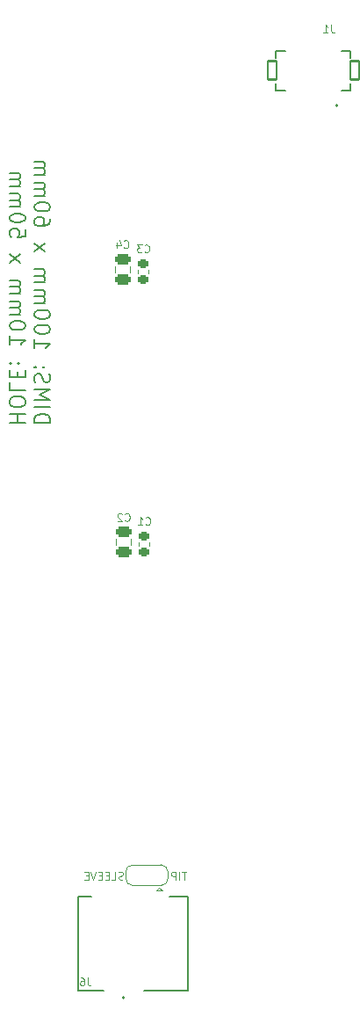
<source format=gbo>
G04 #@! TF.GenerationSoftware,KiCad,Pcbnew,(6.0.11-0)*
G04 #@! TF.CreationDate,2025-05-14T22:18:42-06:00*
G04 #@! TF.ProjectId,AnalogPCB,416e616c-6f67-4504-9342-2e6b69636164,rev?*
G04 #@! TF.SameCoordinates,Original*
G04 #@! TF.FileFunction,Legend,Bot*
G04 #@! TF.FilePolarity,Positive*
%FSLAX46Y46*%
G04 Gerber Fmt 4.6, Leading zero omitted, Abs format (unit mm)*
G04 Created by KiCad (PCBNEW (6.0.11-0)) date 2025-05-14 22:18:42*
%MOMM*%
%LPD*%
G01*
G04 APERTURE LIST*
G04 Aperture macros list*
%AMRoundRect*
0 Rectangle with rounded corners*
0 $1 Rounding radius*
0 $2 $3 $4 $5 $6 $7 $8 $9 X,Y pos of 4 corners*
0 Add a 4 corners polygon primitive as box body*
4,1,4,$2,$3,$4,$5,$6,$7,$8,$9,$2,$3,0*
0 Add four circle primitives for the rounded corners*
1,1,$1+$1,$2,$3*
1,1,$1+$1,$4,$5*
1,1,$1+$1,$6,$7*
1,1,$1+$1,$8,$9*
0 Add four rect primitives between the rounded corners*
20,1,$1+$1,$2,$3,$4,$5,0*
20,1,$1+$1,$4,$5,$6,$7,0*
20,1,$1+$1,$6,$7,$8,$9,0*
20,1,$1+$1,$8,$9,$2,$3,0*%
%AMFreePoly0*
4,1,22,0.550000,-0.750000,0.000000,-0.750000,0.000000,-0.745033,-0.079941,-0.743568,-0.215256,-0.701293,-0.333266,-0.622738,-0.424486,-0.514219,-0.481581,-0.384460,-0.499164,-0.250000,-0.500000,-0.250000,-0.500000,0.250000,-0.499164,0.250000,-0.499963,0.256109,-0.478152,0.396186,-0.417904,0.524511,-0.324060,0.630769,-0.204165,0.706417,-0.067858,0.745374,0.000000,0.744959,0.000000,0.750000,
0.550000,0.750000,0.550000,-0.750000,0.550000,-0.750000,$1*%
%AMFreePoly1*
4,1,20,0.000000,0.744959,0.073905,0.744508,0.209726,0.703889,0.328688,0.626782,0.421226,0.519385,0.479903,0.390333,0.500000,0.250000,0.500000,-0.250000,0.499851,-0.262216,0.476331,-0.402017,0.414519,-0.529596,0.319384,-0.634700,0.198574,-0.708877,0.061801,-0.746166,0.000000,-0.745033,0.000000,-0.750000,-0.550000,-0.750000,-0.550000,0.750000,0.000000,0.750000,0.000000,0.744959,
0.000000,0.744959,$1*%
G04 Aperture macros list end*
%ADD10C,0.100000*%
%ADD11C,0.200000*%
%ADD12C,0.120000*%
%ADD13C,0.127000*%
%ADD14C,0.010000*%
%ADD15C,1.600200*%
%ADD16R,3.000000X3.000000*%
%ADD17C,3.000000*%
%ADD18C,5.600000*%
%ADD19C,2.500000*%
%ADD20FreePoly0,180.000000*%
%ADD21R,1.000000X1.500000*%
%ADD22FreePoly1,180.000000*%
%ADD23RoundRect,0.225000X-0.250000X0.225000X-0.250000X-0.225000X0.250000X-0.225000X0.250000X0.225000X0*%
%ADD24RoundRect,0.250000X0.475000X-0.250000X0.475000X0.250000X-0.475000X0.250000X-0.475000X-0.250000X0*%
%ADD25O,3.404000X1.804000*%
%ADD26O,1.804000X3.404000*%
%ADD27RoundRect,0.102000X0.400000X0.900000X-0.400000X0.900000X-0.400000X-0.900000X0.400000X-0.900000X0*%
G04 APERTURE END LIST*
D10*
X61657142Y-137903571D02*
X61550000Y-137939285D01*
X61371428Y-137939285D01*
X61300000Y-137903571D01*
X61264285Y-137867857D01*
X61228571Y-137796428D01*
X61228571Y-137725000D01*
X61264285Y-137653571D01*
X61300000Y-137617857D01*
X61371428Y-137582142D01*
X61514285Y-137546428D01*
X61585714Y-137510714D01*
X61621428Y-137475000D01*
X61657142Y-137403571D01*
X61657142Y-137332142D01*
X61621428Y-137260714D01*
X61585714Y-137225000D01*
X61514285Y-137189285D01*
X61335714Y-137189285D01*
X61228571Y-137225000D01*
X60550000Y-137939285D02*
X60907142Y-137939285D01*
X60907142Y-137189285D01*
X60300000Y-137546428D02*
X60050000Y-137546428D01*
X59942857Y-137939285D02*
X60300000Y-137939285D01*
X60300000Y-137189285D01*
X59942857Y-137189285D01*
X59621428Y-137546428D02*
X59371428Y-137546428D01*
X59264285Y-137939285D02*
X59621428Y-137939285D01*
X59621428Y-137189285D01*
X59264285Y-137189285D01*
X59050000Y-137189285D02*
X58800000Y-137939285D01*
X58550000Y-137189285D01*
X58300000Y-137546428D02*
X58050000Y-137546428D01*
X57942857Y-137939285D02*
X58300000Y-137939285D01*
X58300000Y-137189285D01*
X57942857Y-137189285D01*
D11*
X53128928Y-93912857D02*
X54628928Y-93912857D01*
X54628928Y-93555714D01*
X54557500Y-93341428D01*
X54414642Y-93198571D01*
X54271785Y-93127142D01*
X53986071Y-93055714D01*
X53771785Y-93055714D01*
X53486071Y-93127142D01*
X53343214Y-93198571D01*
X53200357Y-93341428D01*
X53128928Y-93555714D01*
X53128928Y-93912857D01*
X53128928Y-92412857D02*
X54628928Y-92412857D01*
X53128928Y-91698571D02*
X54628928Y-91698571D01*
X53557500Y-91198571D01*
X54628928Y-90698571D01*
X53128928Y-90698571D01*
X53200357Y-90055714D02*
X53128928Y-89841428D01*
X53128928Y-89484285D01*
X53200357Y-89341428D01*
X53271785Y-89270000D01*
X53414642Y-89198571D01*
X53557500Y-89198571D01*
X53700357Y-89270000D01*
X53771785Y-89341428D01*
X53843214Y-89484285D01*
X53914642Y-89770000D01*
X53986071Y-89912857D01*
X54057500Y-89984285D01*
X54200357Y-90055714D01*
X54343214Y-90055714D01*
X54486071Y-89984285D01*
X54557500Y-89912857D01*
X54628928Y-89770000D01*
X54628928Y-89412857D01*
X54557500Y-89198571D01*
X53271785Y-88555714D02*
X53200357Y-88484285D01*
X53128928Y-88555714D01*
X53200357Y-88627142D01*
X53271785Y-88555714D01*
X53128928Y-88555714D01*
X54057500Y-88555714D02*
X53986071Y-88484285D01*
X53914642Y-88555714D01*
X53986071Y-88627142D01*
X54057500Y-88555714D01*
X53914642Y-88555714D01*
X53128928Y-85912857D02*
X53128928Y-86770000D01*
X53128928Y-86341428D02*
X54628928Y-86341428D01*
X54414642Y-86484285D01*
X54271785Y-86627142D01*
X54200357Y-86770000D01*
X54628928Y-84984285D02*
X54628928Y-84841428D01*
X54557500Y-84698571D01*
X54486071Y-84627142D01*
X54343214Y-84555714D01*
X54057500Y-84484285D01*
X53700357Y-84484285D01*
X53414642Y-84555714D01*
X53271785Y-84627142D01*
X53200357Y-84698571D01*
X53128928Y-84841428D01*
X53128928Y-84984285D01*
X53200357Y-85127142D01*
X53271785Y-85198571D01*
X53414642Y-85270000D01*
X53700357Y-85341428D01*
X54057500Y-85341428D01*
X54343214Y-85270000D01*
X54486071Y-85198571D01*
X54557500Y-85127142D01*
X54628928Y-84984285D01*
X54628928Y-83555714D02*
X54628928Y-83412857D01*
X54557500Y-83270000D01*
X54486071Y-83198571D01*
X54343214Y-83127142D01*
X54057500Y-83055714D01*
X53700357Y-83055714D01*
X53414642Y-83127142D01*
X53271785Y-83198571D01*
X53200357Y-83270000D01*
X53128928Y-83412857D01*
X53128928Y-83555714D01*
X53200357Y-83698571D01*
X53271785Y-83770000D01*
X53414642Y-83841428D01*
X53700357Y-83912857D01*
X54057500Y-83912857D01*
X54343214Y-83841428D01*
X54486071Y-83770000D01*
X54557500Y-83698571D01*
X54628928Y-83555714D01*
X53128928Y-82412857D02*
X54128928Y-82412857D01*
X53986071Y-82412857D02*
X54057500Y-82341428D01*
X54128928Y-82198571D01*
X54128928Y-81984285D01*
X54057500Y-81841428D01*
X53914642Y-81770000D01*
X53128928Y-81770000D01*
X53914642Y-81770000D02*
X54057500Y-81698571D01*
X54128928Y-81555714D01*
X54128928Y-81341428D01*
X54057500Y-81198571D01*
X53914642Y-81127142D01*
X53128928Y-81127142D01*
X53128928Y-80412857D02*
X54128928Y-80412857D01*
X53986071Y-80412857D02*
X54057500Y-80341428D01*
X54128928Y-80198571D01*
X54128928Y-79984285D01*
X54057500Y-79841428D01*
X53914642Y-79770000D01*
X53128928Y-79770000D01*
X53914642Y-79770000D02*
X54057500Y-79698571D01*
X54128928Y-79555714D01*
X54128928Y-79341428D01*
X54057500Y-79198571D01*
X53914642Y-79127142D01*
X53128928Y-79127142D01*
X53128928Y-77412857D02*
X54128928Y-76627142D01*
X54128928Y-77412857D02*
X53128928Y-76627142D01*
X54628928Y-74270000D02*
X54628928Y-74555714D01*
X54557500Y-74698571D01*
X54486071Y-74770000D01*
X54271785Y-74912857D01*
X53986071Y-74984285D01*
X53414642Y-74984285D01*
X53271785Y-74912857D01*
X53200357Y-74841428D01*
X53128928Y-74698571D01*
X53128928Y-74412857D01*
X53200357Y-74270000D01*
X53271785Y-74198571D01*
X53414642Y-74127142D01*
X53771785Y-74127142D01*
X53914642Y-74198571D01*
X53986071Y-74270000D01*
X54057500Y-74412857D01*
X54057500Y-74698571D01*
X53986071Y-74841428D01*
X53914642Y-74912857D01*
X53771785Y-74984285D01*
X54628928Y-73198571D02*
X54628928Y-73055714D01*
X54557500Y-72912857D01*
X54486071Y-72841428D01*
X54343214Y-72770000D01*
X54057500Y-72698571D01*
X53700357Y-72698571D01*
X53414642Y-72770000D01*
X53271785Y-72841428D01*
X53200357Y-72912857D01*
X53128928Y-73055714D01*
X53128928Y-73198571D01*
X53200357Y-73341428D01*
X53271785Y-73412857D01*
X53414642Y-73484285D01*
X53700357Y-73555714D01*
X54057500Y-73555714D01*
X54343214Y-73484285D01*
X54486071Y-73412857D01*
X54557500Y-73341428D01*
X54628928Y-73198571D01*
X53128928Y-72055714D02*
X54128928Y-72055714D01*
X53986071Y-72055714D02*
X54057500Y-71984285D01*
X54128928Y-71841428D01*
X54128928Y-71627142D01*
X54057500Y-71484285D01*
X53914642Y-71412857D01*
X53128928Y-71412857D01*
X53914642Y-71412857D02*
X54057500Y-71341428D01*
X54128928Y-71198571D01*
X54128928Y-70984285D01*
X54057500Y-70841428D01*
X53914642Y-70770000D01*
X53128928Y-70770000D01*
X53128928Y-70055714D02*
X54128928Y-70055714D01*
X53986071Y-70055714D02*
X54057500Y-69984285D01*
X54128928Y-69841428D01*
X54128928Y-69627142D01*
X54057500Y-69484285D01*
X53914642Y-69412857D01*
X53128928Y-69412857D01*
X53914642Y-69412857D02*
X54057500Y-69341428D01*
X54128928Y-69198571D01*
X54128928Y-68984285D01*
X54057500Y-68841428D01*
X53914642Y-68770000D01*
X53128928Y-68770000D01*
X50713928Y-93912857D02*
X52213928Y-93912857D01*
X51499642Y-93912857D02*
X51499642Y-93055714D01*
X50713928Y-93055714D02*
X52213928Y-93055714D01*
X52213928Y-92055714D02*
X52213928Y-91770000D01*
X52142500Y-91627142D01*
X51999642Y-91484285D01*
X51713928Y-91412857D01*
X51213928Y-91412857D01*
X50928214Y-91484285D01*
X50785357Y-91627142D01*
X50713928Y-91770000D01*
X50713928Y-92055714D01*
X50785357Y-92198571D01*
X50928214Y-92341428D01*
X51213928Y-92412857D01*
X51713928Y-92412857D01*
X51999642Y-92341428D01*
X52142500Y-92198571D01*
X52213928Y-92055714D01*
X50713928Y-90055714D02*
X50713928Y-90770000D01*
X52213928Y-90770000D01*
X51499642Y-89555714D02*
X51499642Y-89055714D01*
X50713928Y-88841428D02*
X50713928Y-89555714D01*
X52213928Y-89555714D01*
X52213928Y-88841428D01*
X50856785Y-88198571D02*
X50785357Y-88127142D01*
X50713928Y-88198571D01*
X50785357Y-88270000D01*
X50856785Y-88198571D01*
X50713928Y-88198571D01*
X51642500Y-88198571D02*
X51571071Y-88127142D01*
X51499642Y-88198571D01*
X51571071Y-88270000D01*
X51642500Y-88198571D01*
X51499642Y-88198571D01*
X50713928Y-85555714D02*
X50713928Y-86412857D01*
X50713928Y-85984285D02*
X52213928Y-85984285D01*
X51999642Y-86127142D01*
X51856785Y-86270000D01*
X51785357Y-86412857D01*
X52213928Y-84627142D02*
X52213928Y-84484285D01*
X52142500Y-84341428D01*
X52071071Y-84270000D01*
X51928214Y-84198571D01*
X51642500Y-84127142D01*
X51285357Y-84127142D01*
X50999642Y-84198571D01*
X50856785Y-84270000D01*
X50785357Y-84341428D01*
X50713928Y-84484285D01*
X50713928Y-84627142D01*
X50785357Y-84770000D01*
X50856785Y-84841428D01*
X50999642Y-84912857D01*
X51285357Y-84984285D01*
X51642500Y-84984285D01*
X51928214Y-84912857D01*
X52071071Y-84841428D01*
X52142500Y-84770000D01*
X52213928Y-84627142D01*
X50713928Y-83484285D02*
X51713928Y-83484285D01*
X51571071Y-83484285D02*
X51642500Y-83412857D01*
X51713928Y-83270000D01*
X51713928Y-83055714D01*
X51642500Y-82912857D01*
X51499642Y-82841428D01*
X50713928Y-82841428D01*
X51499642Y-82841428D02*
X51642500Y-82770000D01*
X51713928Y-82627142D01*
X51713928Y-82412857D01*
X51642500Y-82270000D01*
X51499642Y-82198571D01*
X50713928Y-82198571D01*
X50713928Y-81484285D02*
X51713928Y-81484285D01*
X51571071Y-81484285D02*
X51642500Y-81412857D01*
X51713928Y-81270000D01*
X51713928Y-81055714D01*
X51642500Y-80912857D01*
X51499642Y-80841428D01*
X50713928Y-80841428D01*
X51499642Y-80841428D02*
X51642500Y-80770000D01*
X51713928Y-80627142D01*
X51713928Y-80412857D01*
X51642500Y-80270000D01*
X51499642Y-80198571D01*
X50713928Y-80198571D01*
X50713928Y-78484285D02*
X51713928Y-77698571D01*
X51713928Y-78484285D02*
X50713928Y-77698571D01*
X52213928Y-75270000D02*
X52213928Y-75984285D01*
X51499642Y-76055714D01*
X51571071Y-75984285D01*
X51642500Y-75841428D01*
X51642500Y-75484285D01*
X51571071Y-75341428D01*
X51499642Y-75270000D01*
X51356785Y-75198571D01*
X50999642Y-75198571D01*
X50856785Y-75270000D01*
X50785357Y-75341428D01*
X50713928Y-75484285D01*
X50713928Y-75841428D01*
X50785357Y-75984285D01*
X50856785Y-76055714D01*
X52213928Y-74270000D02*
X52213928Y-74127142D01*
X52142500Y-73984285D01*
X52071071Y-73912857D01*
X51928214Y-73841428D01*
X51642500Y-73770000D01*
X51285357Y-73770000D01*
X50999642Y-73841428D01*
X50856785Y-73912857D01*
X50785357Y-73984285D01*
X50713928Y-74127142D01*
X50713928Y-74270000D01*
X50785357Y-74412857D01*
X50856785Y-74484285D01*
X50999642Y-74555714D01*
X51285357Y-74627142D01*
X51642500Y-74627142D01*
X51928214Y-74555714D01*
X52071071Y-74484285D01*
X52142500Y-74412857D01*
X52213928Y-74270000D01*
X50713928Y-73127142D02*
X51713928Y-73127142D01*
X51571071Y-73127142D02*
X51642500Y-73055714D01*
X51713928Y-72912857D01*
X51713928Y-72698571D01*
X51642500Y-72555714D01*
X51499642Y-72484285D01*
X50713928Y-72484285D01*
X51499642Y-72484285D02*
X51642500Y-72412857D01*
X51713928Y-72270000D01*
X51713928Y-72055714D01*
X51642500Y-71912857D01*
X51499642Y-71841428D01*
X50713928Y-71841428D01*
X50713928Y-71127142D02*
X51713928Y-71127142D01*
X51571071Y-71127142D02*
X51642500Y-71055714D01*
X51713928Y-70912857D01*
X51713928Y-70698571D01*
X51642500Y-70555714D01*
X51499642Y-70484285D01*
X50713928Y-70484285D01*
X51499642Y-70484285D02*
X51642500Y-70412857D01*
X51713928Y-70270000D01*
X51713928Y-70055714D01*
X51642500Y-69912857D01*
X51499642Y-69841428D01*
X50713928Y-69841428D01*
D10*
X67767857Y-137189285D02*
X67339285Y-137189285D01*
X67553571Y-137939285D02*
X67553571Y-137189285D01*
X67089285Y-137939285D02*
X67089285Y-137189285D01*
X66732142Y-137939285D02*
X66732142Y-137189285D01*
X66446428Y-137189285D01*
X66375000Y-137225000D01*
X66339285Y-137260714D01*
X66303571Y-137332142D01*
X66303571Y-137439285D01*
X66339285Y-137510714D01*
X66375000Y-137546428D01*
X66446428Y-137582142D01*
X66732142Y-137582142D01*
X63725000Y-77442857D02*
X63760714Y-77478571D01*
X63867857Y-77514285D01*
X63939285Y-77514285D01*
X64046428Y-77478571D01*
X64117857Y-77407142D01*
X64153571Y-77335714D01*
X64189285Y-77192857D01*
X64189285Y-77085714D01*
X64153571Y-76942857D01*
X64117857Y-76871428D01*
X64046428Y-76800000D01*
X63939285Y-76764285D01*
X63867857Y-76764285D01*
X63760714Y-76800000D01*
X63725000Y-76835714D01*
X63475000Y-76764285D02*
X63010714Y-76764285D01*
X63260714Y-77050000D01*
X63153571Y-77050000D01*
X63082142Y-77085714D01*
X63046428Y-77121428D01*
X63010714Y-77192857D01*
X63010714Y-77371428D01*
X63046428Y-77442857D01*
X63082142Y-77478571D01*
X63153571Y-77514285D01*
X63367857Y-77514285D01*
X63439285Y-77478571D01*
X63475000Y-77442857D01*
X63825000Y-103687857D02*
X63860714Y-103723571D01*
X63967857Y-103759285D01*
X64039285Y-103759285D01*
X64146428Y-103723571D01*
X64217857Y-103652142D01*
X64253571Y-103580714D01*
X64289285Y-103437857D01*
X64289285Y-103330714D01*
X64253571Y-103187857D01*
X64217857Y-103116428D01*
X64146428Y-103045000D01*
X64039285Y-103009285D01*
X63967857Y-103009285D01*
X63860714Y-103045000D01*
X63825000Y-103080714D01*
X63110714Y-103759285D02*
X63539285Y-103759285D01*
X63325000Y-103759285D02*
X63325000Y-103009285D01*
X63396428Y-103116428D01*
X63467857Y-103187857D01*
X63539285Y-103223571D01*
X61825000Y-103317857D02*
X61860714Y-103353571D01*
X61967857Y-103389285D01*
X62039285Y-103389285D01*
X62146428Y-103353571D01*
X62217857Y-103282142D01*
X62253571Y-103210714D01*
X62289285Y-103067857D01*
X62289285Y-102960714D01*
X62253571Y-102817857D01*
X62217857Y-102746428D01*
X62146428Y-102675000D01*
X62039285Y-102639285D01*
X61967857Y-102639285D01*
X61860714Y-102675000D01*
X61825000Y-102710714D01*
X61539285Y-102710714D02*
X61503571Y-102675000D01*
X61432142Y-102639285D01*
X61253571Y-102639285D01*
X61182142Y-102675000D01*
X61146428Y-102710714D01*
X61110714Y-102782142D01*
X61110714Y-102853571D01*
X61146428Y-102960714D01*
X61575000Y-103389285D01*
X61110714Y-103389285D01*
X58250000Y-147389285D02*
X58250000Y-147925000D01*
X58285714Y-148032142D01*
X58357142Y-148103571D01*
X58464285Y-148139285D01*
X58535714Y-148139285D01*
X57571428Y-147389285D02*
X57714285Y-147389285D01*
X57785714Y-147425000D01*
X57821428Y-147460714D01*
X57892857Y-147567857D01*
X57928571Y-147710714D01*
X57928571Y-147996428D01*
X57892857Y-148067857D01*
X57857142Y-148103571D01*
X57785714Y-148139285D01*
X57642857Y-148139285D01*
X57571428Y-148103571D01*
X57535714Y-148067857D01*
X57500000Y-147996428D01*
X57500000Y-147817857D01*
X57535714Y-147746428D01*
X57571428Y-147710714D01*
X57642857Y-147675000D01*
X57785714Y-147675000D01*
X57857142Y-147710714D01*
X57892857Y-147746428D01*
X57928571Y-147817857D01*
X81725000Y-55604285D02*
X81725000Y-56140000D01*
X81760714Y-56247142D01*
X81832142Y-56318571D01*
X81939285Y-56354285D01*
X82010714Y-56354285D01*
X80975000Y-56354285D02*
X81403571Y-56354285D01*
X81189285Y-56354285D02*
X81189285Y-55604285D01*
X81260714Y-55711428D01*
X81332142Y-55782857D01*
X81403571Y-55818571D01*
X61725000Y-77022857D02*
X61760714Y-77058571D01*
X61867857Y-77094285D01*
X61939285Y-77094285D01*
X62046428Y-77058571D01*
X62117857Y-76987142D01*
X62153571Y-76915714D01*
X62189285Y-76772857D01*
X62189285Y-76665714D01*
X62153571Y-76522857D01*
X62117857Y-76451428D01*
X62046428Y-76380000D01*
X61939285Y-76344285D01*
X61867857Y-76344285D01*
X61760714Y-76380000D01*
X61725000Y-76415714D01*
X61082142Y-76594285D02*
X61082142Y-77094285D01*
X61260714Y-76308571D02*
X61439285Y-76844285D01*
X60975000Y-76844285D01*
D12*
X61900000Y-137200000D02*
X61900000Y-137800000D01*
X65150000Y-138700000D02*
X64850000Y-139000000D01*
X65350000Y-136500000D02*
X62550000Y-136500000D01*
X62550000Y-138500000D02*
X65350000Y-138500000D01*
X66000000Y-137800000D02*
X66000000Y-137200000D01*
X65150000Y-138700000D02*
X65450000Y-139000000D01*
X65450000Y-139000000D02*
X64850000Y-139000000D01*
X62600000Y-136500000D02*
G75*
G03*
X61900000Y-137200000I0J-700000D01*
G01*
X61900000Y-137800000D02*
G75*
G03*
X62600000Y-138500000I700000J0D01*
G01*
X65300000Y-138500000D02*
G75*
G03*
X66000000Y-137800000I1J699999D01*
G01*
X66000000Y-137200000D02*
G75*
G03*
X65300000Y-136500000I-699999J1D01*
G01*
X64110000Y-79234420D02*
X64110000Y-79515580D01*
X63090000Y-79234420D02*
X63090000Y-79515580D01*
X63190000Y-105479420D02*
X63190000Y-105760580D01*
X64210000Y-105479420D02*
X64210000Y-105760580D01*
X60965000Y-105661252D02*
X60965000Y-105138748D01*
X62435000Y-105661252D02*
X62435000Y-105138748D01*
D13*
X67900000Y-148587500D02*
X67900000Y-139587500D01*
X67900000Y-139587500D02*
X66150000Y-139587500D01*
X67900000Y-148587500D02*
X63650000Y-148587500D01*
X58600000Y-139587500D02*
X57300000Y-139587500D01*
X59750000Y-148587500D02*
X57300000Y-148587500D01*
X57300000Y-139587500D02*
X57300000Y-148587500D01*
D11*
X61800000Y-149287500D02*
G75*
G03*
X61800000Y-149287500I-100000J0D01*
G01*
D13*
X77280000Y-58100000D02*
X76400000Y-58100000D01*
X76400000Y-61900000D02*
X76400000Y-61220000D01*
X83600000Y-61900000D02*
X83600000Y-61220000D01*
X83600000Y-58780000D02*
X83600000Y-58100000D01*
X76400000Y-58100000D02*
X76400000Y-58780000D01*
X83600000Y-58100000D02*
X82720000Y-58100000D01*
X76400000Y-61900000D02*
X77280000Y-61900000D01*
X82720000Y-61900000D02*
X83600000Y-61900000D01*
D11*
X82350000Y-63350000D02*
G75*
G03*
X82350000Y-63350000I-100000J0D01*
G01*
D12*
X62335000Y-79416252D02*
X62335000Y-78893748D01*
X60865000Y-79416252D02*
X60865000Y-78893748D01*
%LPC*%
G36*
X77950000Y-62650000D02*
G01*
X77550000Y-62650000D01*
X77550000Y-60950000D01*
X77950000Y-60950000D01*
X77950000Y-62650000D01*
G37*
D14*
X77950000Y-62650000D02*
X77550000Y-62650000D01*
X77550000Y-60950000D01*
X77950000Y-60950000D01*
X77950000Y-62650000D01*
G36*
X78450000Y-59050000D02*
G01*
X78050000Y-59050000D01*
X78050000Y-57350000D01*
X78450000Y-57350000D01*
X78450000Y-59050000D01*
G37*
X78450000Y-59050000D02*
X78050000Y-59050000D01*
X78050000Y-57350000D01*
X78450000Y-57350000D01*
X78450000Y-59050000D01*
G36*
X80450000Y-62650000D02*
G01*
X80050000Y-62650000D01*
X80050000Y-60950000D01*
X80450000Y-60950000D01*
X80450000Y-62650000D01*
G37*
X80450000Y-62650000D02*
X80050000Y-62650000D01*
X80050000Y-60950000D01*
X80450000Y-60950000D01*
X80450000Y-62650000D01*
G36*
X79450000Y-62650000D02*
G01*
X79050000Y-62650000D01*
X79050000Y-60950000D01*
X79450000Y-60950000D01*
X79450000Y-62650000D01*
G37*
X79450000Y-62650000D02*
X79050000Y-62650000D01*
X79050000Y-60950000D01*
X79450000Y-60950000D01*
X79450000Y-62650000D01*
G36*
X79450000Y-59050000D02*
G01*
X79050000Y-59050000D01*
X79050000Y-57350000D01*
X79450000Y-57350000D01*
X79450000Y-59050000D01*
G37*
X79450000Y-59050000D02*
X79050000Y-59050000D01*
X79050000Y-57350000D01*
X79450000Y-57350000D01*
X79450000Y-59050000D01*
G36*
X80950000Y-59050000D02*
G01*
X80550000Y-59050000D01*
X80550000Y-57350000D01*
X80950000Y-57350000D01*
X80950000Y-59050000D01*
G37*
X80950000Y-59050000D02*
X80550000Y-59050000D01*
X80550000Y-57350000D01*
X80950000Y-57350000D01*
X80950000Y-59050000D01*
G36*
X82450000Y-59050000D02*
G01*
X82050000Y-59050000D01*
X82050000Y-57350000D01*
X82450000Y-57350000D01*
X82450000Y-59050000D01*
G37*
X82450000Y-59050000D02*
X82050000Y-59050000D01*
X82050000Y-57350000D01*
X82450000Y-57350000D01*
X82450000Y-59050000D01*
G36*
X80950000Y-62650000D02*
G01*
X80550000Y-62650000D01*
X80550000Y-60950000D01*
X80950000Y-60950000D01*
X80950000Y-62650000D01*
G37*
X80950000Y-62650000D02*
X80550000Y-62650000D01*
X80550000Y-60950000D01*
X80950000Y-60950000D01*
X80950000Y-62650000D01*
G36*
X81950000Y-62650000D02*
G01*
X81550000Y-62650000D01*
X81550000Y-60950000D01*
X81950000Y-60950000D01*
X81950000Y-62650000D01*
G37*
X81950000Y-62650000D02*
X81550000Y-62650000D01*
X81550000Y-60950000D01*
X81950000Y-60950000D01*
X81950000Y-62650000D01*
G36*
X77950000Y-59050000D02*
G01*
X77550000Y-59050000D01*
X77550000Y-57350000D01*
X77950000Y-57350000D01*
X77950000Y-59050000D01*
G37*
X77950000Y-59050000D02*
X77550000Y-59050000D01*
X77550000Y-57350000D01*
X77950000Y-57350000D01*
X77950000Y-59050000D01*
G36*
X78950000Y-62650000D02*
G01*
X78550000Y-62650000D01*
X78550000Y-60950000D01*
X78950000Y-60950000D01*
X78950000Y-62650000D01*
G37*
X78950000Y-62650000D02*
X78550000Y-62650000D01*
X78550000Y-60950000D01*
X78950000Y-60950000D01*
X78950000Y-62650000D01*
G36*
X81450000Y-59050000D02*
G01*
X81050000Y-59050000D01*
X81050000Y-57350000D01*
X81450000Y-57350000D01*
X81450000Y-59050000D01*
G37*
X81450000Y-59050000D02*
X81050000Y-59050000D01*
X81050000Y-57350000D01*
X81450000Y-57350000D01*
X81450000Y-59050000D01*
G36*
X81950000Y-59050000D02*
G01*
X81550000Y-59050000D01*
X81550000Y-57350000D01*
X81950000Y-57350000D01*
X81950000Y-59050000D01*
G37*
X81950000Y-59050000D02*
X81550000Y-59050000D01*
X81550000Y-57350000D01*
X81950000Y-57350000D01*
X81950000Y-59050000D01*
G36*
X81450000Y-62650000D02*
G01*
X81050000Y-62650000D01*
X81050000Y-60950000D01*
X81450000Y-60950000D01*
X81450000Y-62650000D01*
G37*
X81450000Y-62650000D02*
X81050000Y-62650000D01*
X81050000Y-60950000D01*
X81450000Y-60950000D01*
X81450000Y-62650000D01*
G36*
X78950000Y-59050000D02*
G01*
X78550000Y-59050000D01*
X78550000Y-57350000D01*
X78950000Y-57350000D01*
X78950000Y-59050000D01*
G37*
X78950000Y-59050000D02*
X78550000Y-59050000D01*
X78550000Y-57350000D01*
X78950000Y-57350000D01*
X78950000Y-59050000D01*
G36*
X80450000Y-59050000D02*
G01*
X80050000Y-59050000D01*
X80050000Y-57350000D01*
X80450000Y-57350000D01*
X80450000Y-59050000D01*
G37*
X80450000Y-59050000D02*
X80050000Y-59050000D01*
X80050000Y-57350000D01*
X80450000Y-57350000D01*
X80450000Y-59050000D01*
G36*
X79950000Y-59050000D02*
G01*
X79550000Y-59050000D01*
X79550000Y-57350000D01*
X79950000Y-57350000D01*
X79950000Y-59050000D01*
G37*
X79950000Y-59050000D02*
X79550000Y-59050000D01*
X79550000Y-57350000D01*
X79950000Y-57350000D01*
X79950000Y-59050000D01*
G36*
X78450000Y-62650000D02*
G01*
X78050000Y-62650000D01*
X78050000Y-60950000D01*
X78450000Y-60950000D01*
X78450000Y-62650000D01*
G37*
X78450000Y-62650000D02*
X78050000Y-62650000D01*
X78050000Y-60950000D01*
X78450000Y-60950000D01*
X78450000Y-62650000D01*
G36*
X79950000Y-62650000D02*
G01*
X79550000Y-62650000D01*
X79550000Y-60950000D01*
X79950000Y-60950000D01*
X79950000Y-62650000D01*
G37*
X79950000Y-62650000D02*
X79550000Y-62650000D01*
X79550000Y-60950000D01*
X79950000Y-60950000D01*
X79950000Y-62650000D01*
G36*
X82450000Y-62650000D02*
G01*
X82050000Y-62650000D01*
X82050000Y-60950000D01*
X82450000Y-60950000D01*
X82450000Y-62650000D01*
G37*
X82450000Y-62650000D02*
X82050000Y-62650000D01*
X82050000Y-60950000D01*
X82450000Y-60950000D01*
X82450000Y-62650000D01*
D15*
X105609500Y-136352300D03*
X105609500Y-139857500D03*
X103647700Y-145809500D03*
X100142500Y-145809500D03*
X90497700Y-145800000D03*
X86992500Y-145800000D03*
X77347700Y-145800000D03*
X73842500Y-145800000D03*
D16*
X105157500Y-109300000D03*
D17*
X105157500Y-98550000D03*
X66657500Y-98550000D03*
X66657500Y-106550000D03*
D15*
X94809750Y-122474951D03*
X94809750Y-133974951D03*
X94809750Y-140974950D03*
X99509751Y-122474951D03*
D18*
X55000000Y-65000000D03*
D15*
X73309750Y-122474951D03*
X73309750Y-133974951D03*
X73309750Y-140974950D03*
X78009751Y-122474951D03*
D18*
X55000000Y-55000000D03*
X105000000Y-55000000D03*
D15*
X84059750Y-122474951D03*
X84059750Y-133974951D03*
X84059750Y-140974950D03*
X88759751Y-122474951D03*
D16*
X105157500Y-82900000D03*
D17*
X105157500Y-72150000D03*
X66657500Y-72150000D03*
X66657500Y-80150000D03*
D19*
X66575000Y-126250000D03*
X66575000Y-134150000D03*
D18*
X105000000Y-65000000D03*
D20*
X65250000Y-137500000D03*
D21*
X63950000Y-137500000D03*
D22*
X62650000Y-137500000D03*
D23*
X63600000Y-78600000D03*
X63600000Y-80150000D03*
X63700000Y-104845000D03*
X63700000Y-106395000D03*
D24*
X61700000Y-106350000D03*
X61700000Y-104450000D03*
D25*
X61700000Y-147587500D03*
D26*
X66600000Y-144087500D03*
X58500000Y-144087500D03*
D25*
X64200000Y-140587500D03*
X60550000Y-140587500D03*
D27*
X84000000Y-60000000D03*
X76000000Y-60000000D03*
D24*
X61600000Y-80105000D03*
X61600000Y-78205000D03*
M02*

</source>
